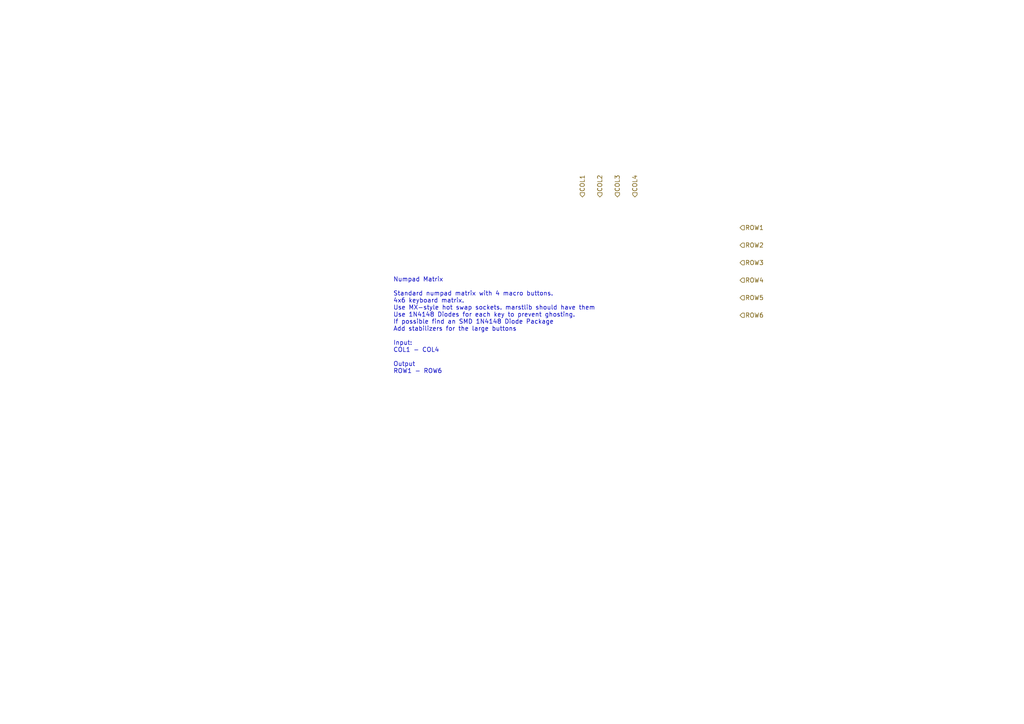
<source format=kicad_sch>
(kicad_sch
	(version 20250114)
	(generator "eeschema")
	(generator_version "9.0")
	(uuid "a78709a7-612d-422d-97ca-ad2b463f3c34")
	(paper "A4")
	(lib_symbols)
	(text "Numpad Matrix\n\nStandard numpad matrix with 4 macro buttons. \n4x6 keyboard matrix. \nUse MX-style hot swap sockets. marstlib should have them\nUse 1N4148 Diodes for each key to prevent ghosting.\nIf possible find an SMD 1N4148 Diode Package\nAdd stabilizers for the large buttons\n\nInput:\nCOL1 - COL4\n\nOutput\nROW1 - ROW6\n\n"
		(exclude_from_sim no)
		(at 114.046 95.504 0)
		(effects
			(font
				(size 1.27 1.27)
			)
			(justify left)
		)
		(uuid "1a257982-b075-487c-a45b-3e42f3d00030")
	)
	(hierarchical_label "COL1"
		(shape input)
		(at 168.91 57.15 90)
		(effects
			(font
				(size 1.27 1.27)
			)
			(justify left)
		)
		(uuid "2489cc9d-3f3f-49f3-b5f8-fca7de0bd406")
	)
	(hierarchical_label "ROW5"
		(shape input)
		(at 214.63 86.36 0)
		(effects
			(font
				(size 1.27 1.27)
			)
			(justify left)
		)
		(uuid "2b6565a3-aed1-40b1-8bdb-7e077c868565")
	)
	(hierarchical_label "COL3"
		(shape input)
		(at 179.07 57.15 90)
		(effects
			(font
				(size 1.27 1.27)
			)
			(justify left)
		)
		(uuid "39f72fa4-5a13-4c27-b584-4b35e7decd41")
	)
	(hierarchical_label "ROW2"
		(shape input)
		(at 214.63 71.12 0)
		(effects
			(font
				(size 1.27 1.27)
			)
			(justify left)
		)
		(uuid "3e384b07-13e8-47ab-854a-4749d9f7c1f2")
	)
	(hierarchical_label "ROW1"
		(shape input)
		(at 214.63 66.04 0)
		(effects
			(font
				(size 1.27 1.27)
			)
			(justify left)
		)
		(uuid "46575829-cb89-44d7-a910-1712e863bbc4")
	)
	(hierarchical_label "ROW3"
		(shape input)
		(at 214.63 76.2 0)
		(effects
			(font
				(size 1.27 1.27)
			)
			(justify left)
		)
		(uuid "5927c7ba-a23d-49be-ad4c-26b7549c4aa5")
	)
	(hierarchical_label "ROW6"
		(shape input)
		(at 214.63 91.44 0)
		(effects
			(font
				(size 1.27 1.27)
			)
			(justify left)
		)
		(uuid "7904c4f1-0a76-47a4-a64d-305fdecb43ca")
	)
	(hierarchical_label "COL2"
		(shape input)
		(at 173.99 57.15 90)
		(effects
			(font
				(size 1.27 1.27)
			)
			(justify left)
		)
		(uuid "7c3f9e57-1e77-49a0-897c-74f99b2da1cf")
	)
	(hierarchical_label "ROW4"
		(shape input)
		(at 214.63 81.28 0)
		(effects
			(font
				(size 1.27 1.27)
			)
			(justify left)
		)
		(uuid "aef0586f-1483-45c4-b342-4de1dc00658b")
	)
	(hierarchical_label "COL4"
		(shape input)
		(at 184.15 57.15 90)
		(effects
			(font
				(size 1.27 1.27)
			)
			(justify left)
		)
		(uuid "d6ddda30-e8a3-436c-8315-8c1fc1bf77f1")
	)
)

</source>
